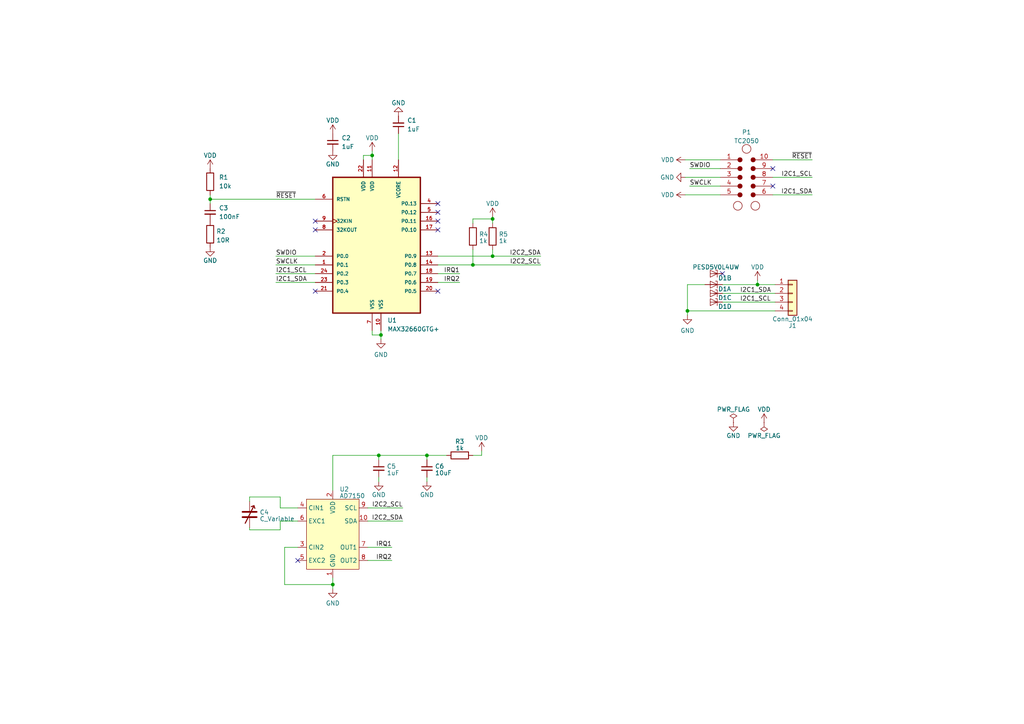
<source format=kicad_sch>
(kicad_sch (version 20230121) (generator eeschema)
  (paper "A4")
  (title_block (title "${PROJECT}") (rev "${VERSION}") (company "${AUTHOR}"))
  (lib_symbols
    (symbol "Connector_Generic:Conn_01x04" (pin_names (offset 1.016) hide)
      (property "Reference" "J" (at 0 5.08 0))
      (property "Value" "Conn_01x04" (at 0 -7.62 0))
      (symbol "Conn_01x04_1_1"
        (rectangle (start -1.27 -4.953) (end 0 -5.207) (stroke (width 0.1524)))
        (rectangle (start -1.27 -2.413) (end 0 -2.667) (stroke (width 0.1524)))
        (rectangle (start -1.27 0.127) (end 0 -0.127) (stroke (width 0.1524)))
        (rectangle (start -1.27 2.667) (end 0 2.413) (stroke (width 0.1524)))
        (rectangle (start -1.27 3.81) (end 1.27 -6.35) (stroke (width 0.254)) (fill (type background)))
        (pin passive line (at -5.08 2.54 0) (length 3.81) (name "Pin_1") (number "1"))
        (pin passive line (at -5.08 0 0) (length 3.81) (name "Pin_2") (number "2"))
        (pin passive line (at -5.08 -2.54 0) (length 3.81) (name "Pin_3") (number "3"))
        (pin passive line (at -5.08 -5.08 0) (length 3.81) (name "Pin_4") (number "4"))
      )
    )
    (symbol "Device:C_Small" (pin_numbers hide) (pin_names (offset 0.254) hide)
      (property "Reference" "C" (at 0.254 1.778 0))
      (property "Value" "C_Small" (at 0.254 -2.032 0))
      (symbol "C_Small_0_1"
        (polyline (pts (xy -1.524 -0.508) (xy 1.524 -0.508)) (stroke (width 0.3302)))
        (polyline (pts (xy -1.524 0.508) (xy 1.524 0.508)) (stroke (width 0.3048)))
      )
      (symbol "C_Small_1_1"
        (pin passive line (at 0 2.54 270) (length 2.032) (name "~") (number "1"))
        (pin passive line (at 0 -2.54 90) (length 2.032) (name "~") (number "2"))
      )
    )
    (symbol "Device:C_Variable" (pin_numbers hide) (pin_names (offset 0.254) hide)
      (property "Reference" "C" (at 0.635 -1.905 0))
      (property "Value" "C_Variable" (at 0.635 -3.81 0))
      (symbol "C_Variable_0_1"
        (polyline (pts (xy -2.032 -0.762) (xy 2.032 -0.762)) (stroke (width 0.508)))
        (polyline (pts (xy -2.032 0.762) (xy 2.032 0.762)) (stroke (width 0.508)))
        (polyline (pts (xy 1.27 2.54) (xy -1.27 -2.54)) (stroke (width 0.3048)))
        (polyline (pts (xy 1.27 2.54) (xy 0.508 2.286)) (stroke (width 0.3048)))
        (polyline (pts (xy 1.27 2.54) (xy 1.524 1.778)) (stroke (width 0.3048)))
      )
      (symbol "C_Variable_1_1"
        (pin passive line (at 0 3.81 270) (length 3.048) (name "~") (number "1"))
        (pin passive line (at 0 -3.81 90) (length 3.048) (name "~") (number "2"))
      )
    )
    (symbol "Device:R" (pin_numbers hide) (pin_names (offset 0))
      (property "Reference" "R" (at 2.032 0 90))
      (property "Value" "R" (at 0 0 90))
      (symbol "R_0_1"
        (rectangle (start -1.016 -2.54) (end 1.016 2.54) (stroke (width 0.254)))
      )
      (symbol "R_1_1"
        (pin passive line (at 0 3.81 270) (length 1.27) (name "~") (number "1"))
        (pin passive line (at 0 -3.81 90) (length 1.27) (name "~") (number "2"))
      )
    )
    (symbol "JDC:MAX32660GTG+" (pin_names (offset 1.016))
      (property "Reference" "U" (at -12.7 21.3106 0))
      (property "Value" "MAX32660GTG+" (at 7.62 -22.86 0))
      (symbol "MAX32660GTG+_0_0"
        (rectangle (start -12.7 20.32) (end 12.7 -19.05) (stroke (width 0.4064)) (fill (type background)))
        (pin bidirectional line (at -17.78 -5.08 0) (length 5.08) (name "P0.1") (number "1"))
        (pin power_in line (at 1.27 -24.13 90) (length 5.08) (name "VSS") (number "10"))
        (pin power_in line (at -1.27 25.4 270) (length 5.08) (name "VDD") (number "11"))
        (pin power_in line (at 6.35 25.4 270) (length 5.08) (name "VCORE") (number "12"))
        (pin bidirectional line (at 17.78 -2.54 180) (length 5.08) (name "P0.9") (number "13"))
        (pin bidirectional line (at 17.78 -5.08 180) (length 5.08) (name "P0.8") (number "14"))
        (pin no_connect line (at -6.35 -24.13 90) (length 5.08) hide (name "NC") (number "15"))
        (pin bidirectional line (at 17.78 7.62 180) (length 5.08) (name "P0.11") (number "16"))
        (pin bidirectional line (at 17.78 5.08 180) (length 5.08) (name "P0.10") (number "17"))
        (pin bidirectional line (at 17.78 -7.62 180) (length 5.08) (name "P0.7") (number "18"))
        (pin bidirectional line (at 17.78 -10.16 180) (length 5.08) (name "P0.6") (number "19"))
        (pin bidirectional line (at -17.78 -2.54 0) (length 5.08) (name "P0.0") (number "2"))
        (pin bidirectional line (at 17.78 -12.7 180) (length 5.08) (name "P0.5") (number "20"))
        (pin bidirectional line (at -17.78 -12.7 0) (length 5.08) (name "P0.4") (number "21"))
        (pin power_in line (at -3.81 25.4 270) (length 5.08) (name "VDD") (number "22"))
        (pin bidirectional line (at -17.78 -10.16 0) (length 5.08) (name "P0.3") (number "23"))
        (pin bidirectional line (at -17.78 -7.62 0) (length 5.08) (name "P0.2") (number "24"))
        (pin no_connect line (at 6.35 -24.13 90) (length 5.08) hide (name "EP") (number "25"))
        (pin no_connect line (at -10.16 -24.13 90) (length 5.08) hide (name "NC") (number "3"))
        (pin bidirectional line (at 17.78 12.7 180) (length 5.08) (name "P0.13") (number "4"))
        (pin bidirectional line (at 17.78 10.16 180) (length 5.08) (name "P0.12") (number "5"))
        (pin input line (at -17.78 13.97 0) (length 5.08) (name "RSTN") (number "6"))
        (pin power_in line (at -1.27 -24.13 90) (length 5.08) (name "VSS") (number "7"))
        (pin output line (at -17.78 5.08 0) (length 5.08) (name "32KOUT") (number "8"))
        (pin input clock (at -17.78 7.62 0) (length 5.08) (name "32KIN") (number "9"))
      )
    )
    (symbol "JDC:TC2050"
      (property "Reference" "P1" (at 0 13.0978 0))
      (property "Value" "TC2050" (at 0 10.5609 0))
      (symbol "TC2050_1_1"
        (circle (center -2.54 -8.255) (radius 1.27))
        (circle (center -1.905 -5.08) (radius 0.635) (fill (type outline)))
        (circle (center -1.905 -2.54) (radius 0.635) (fill (type outline)))
        (circle (center -1.905 0) (radius 0.635) (fill (type outline)))
        (circle (center -1.905 2.54) (radius 0.635) (fill (type outline)))
        (circle (center -1.905 5.08) (radius 0.635) (fill (type outline)))
        (circle (center 0 8.255) (radius 1.27))
        (circle (center 1.905 -5.08) (radius 0.635) (fill (type outline)))
        (circle (center 1.905 -2.54) (radius 0.635) (fill (type outline)))
        (circle (center 1.905 0) (radius 0.635) (fill (type outline)))
        (circle (center 1.905 2.54) (radius 0.635) (fill (type outline)))
        (circle (center 1.905 5.08) (radius 0.635) (fill (type outline)))
        (circle (center 2.54 -8.255) (radius 1.27))
        (pin passive line (at -7.62 5.08 0) (length 5.08) (name "~") (number "1"))
        (pin passive line (at 7.62 5.08 180) (length 5.08) (name "~") (number "10"))
        (pin passive line (at -7.62 2.54 0) (length 5.08) (name "~") (number "2"))
        (pin passive line (at -7.62 0 0) (length 5.08) (name "~") (number "3"))
        (pin passive line (at -7.62 -2.54 0) (length 5.08) (name "~") (number "4"))
        (pin passive line (at -7.62 -5.08 0) (length 5.08) (name "~") (number "5"))
        (pin passive line (at 7.62 -5.08 180) (length 5.08) (name "~") (number "6"))
        (pin passive line (at 7.62 -2.54 180) (length 5.08) (name "~") (number "7"))
        (pin passive line (at 7.62 0 180) (length 5.08) (name "~") (number "8"))
        (pin passive line (at 7.62 2.54 180) (length 5.08) (name "~") (number "9"))
      )
    )
    (symbol "Power_Protection:PESD5V0L4UW" (pin_numbers hide) (pin_names hide)
      (property "Reference" "D" (at 0 2.54 0))
      (property "Value" "PESD5V0L4UW" (at 0 -2.54 0))
      (symbol "PESD5V0L4UW_0_1"
        (polyline (pts (xy -1.016 0) (xy 1.016 0)))
        (polyline (pts (xy -1.016 1.016) (xy -1.016 -1.016) (xy -0.508 -1.016)))
        (polyline (pts (xy 1.016 1.016) (xy -1.016 0) (xy 1.016 -1.016) (xy 1.016 1.016)))
      )
      (symbol "PESD5V0L4UW_1_1"
        (pin passive line (at -2.54 0 0) (length 2.54) (name "K1") (number "1"))
        (pin passive line (at 2.54 0 180) (length 2.54) (name "A") (number "2"))
      )
      (symbol "PESD5V0L4UW_2_1"
        (pin passive line (at -2.54 0 0) (length 2.54) (name "K2") (number "3"))
      )
      (symbol "PESD5V0L4UW_3_1"
        (pin passive line (at -2.54 0 0) (length 2.54) (name "K3") (number "4"))
      )
      (symbol "PESD5V0L4UW_4_1"
        (pin passive line (at -2.54 0 0) (length 2.54) (name "K4") (number "5"))
      )
    )
    (symbol "_leaf-wetness-sensor:AD7150"
      (property "Reference" "U" (at 3.81 12.7 0))
      (property "Value" "AD7150" (at 0 0 0))
      (symbol "AD7150_0_1"
        (rectangle (start -7.62 10.16) (end 7.62 -10.16) (fill (type background)))
      )
      (symbol "AD7150_1_1"
        (pin power_in line (at 0 -12.7 90) (length 2.54) (name "GND") (number "1"))
        (pin bidirectional line (at 10.16 3.81 180) (length 2.54) (name "SDA") (number "10"))
        (pin power_in line (at 0 12.7 270) (length 2.54) (name "VDD") (number "2"))
        (pin input line (at -10.16 -3.81 0) (length 2.54) (name "CIN2") (number "3"))
        (pin input line (at -10.16 7.62 0) (length 2.54) (name "CIN1") (number "4"))
        (pin output line (at -10.16 -7.62 0) (length 2.54) (name "EXC2") (number "5"))
        (pin output line (at -10.16 3.81 0) (length 2.54) (name "EXC1") (number "6"))
        (pin output line (at 10.16 -3.81 180) (length 2.54) (name "OUT1") (number "7"))
        (pin output line (at 10.16 -7.62 180) (length 2.54) (name "OUT2") (number "8"))
        (pin bidirectional line (at 10.16 7.62 180) (length 2.54) (name "SCL") (number "9"))
      )
    )
    (symbol "power:GND" (power) (pin_names (offset 0))
      (property "Value" "GND" (at 0 -3.81 0))
      (symbol "GND_0_1"
        (polyline (pts (xy 0 0) (xy 0 -1.27) (xy 1.27 -1.27) (xy 0 -2.54) (xy -1.27 -1.27) (xy 0 -1.27)))
      )
      (symbol "GND_1_1"
        (pin power_in line (at 0 0 270) (length 0) hide (name "GND") (number "1"))
      )
    )
    (symbol "power:PWR_FLAG" (power) (pin_numbers hide) (pin_names (offset 0) hide)
      (property "Value" "PWR_FLAG" (at 0 3.81 0))
      (symbol "PWR_FLAG_0_0"
        (pin power_out line (at 0 0 90) (length 0) (name "pwr") (number "1"))
      )
      (symbol "PWR_FLAG_0_1"
        (polyline (pts (xy 0 0) (xy 0 1.27) (xy -1.016 1.905) (xy 0 2.54) (xy 1.016 1.905) (xy 0 1.27)))
      )
    )
    (symbol "power:VDD" (power) (pin_names (offset 0))
      (property "Value" "VDD" (at 0 3.81 0))
      (symbol "VDD_0_1"
        (polyline (pts (xy -0.762 1.27) (xy 0 2.54)))
        (polyline (pts (xy 0 0) (xy 0 2.54)))
        (polyline (pts (xy 0 2.54) (xy 0.762 1.27)))
      )
      (symbol "VDD_1_1"
        (pin power_in line (at 0 0 90) (length 0) hide (name "VDD") (number "1"))
      )
    )
  )
  (junction (at 107.95 45.085))
  (junction (at 60.96 57.785))
  (junction (at 109.855 132.08))
  (junction (at 219.71 82.55))
  (junction (at 137.16 76.835))
  (junction (at 123.825 132.08))
  (junction (at 110.49 97.155))
  (junction (at 199.39 90.17))
  (junction (at 142.875 63.5))
  (junction (at 142.875 74.295))
  (junction (at 96.52 169.545))
  (no_connect (at 224.155 53.975))
  (no_connect (at 91.44 64.135))
  (no_connect (at 224.155 48.895))
  (no_connect (at 91.44 66.675))
  (no_connect (at 91.44 84.455))
  (no_connect (at 127 61.595))
  (no_connect (at 127 84.455))
  (no_connect (at 127 59.055))
  (no_connect (at 209.55 79.375))
  (no_connect (at 86.36 162.56))
  (no_connect (at 127 66.675))
  (no_connect (at 127 64.135))
  (wire (pts (xy 86.36 147.32) (xy 81.28 147.32)))
  (wire (pts (xy 198.755 56.515) (xy 208.915 56.515)))
  (wire (pts (xy 199.39 91.44) (xy 199.39 90.17)))
  (wire (pts (xy 106.68 147.32) (xy 116.84 147.32)))
  (wire (pts (xy 224.155 46.355) (xy 235.585 46.355)))
  (wire (pts (xy 82.55 158.75) (xy 86.36 158.75)))
  (wire (pts (xy 199.39 90.17) (xy 224.79 90.17)))
  (wire (pts (xy 106.68 151.13) (xy 116.84 151.13)))
  (wire (pts (xy 127 76.835) (xy 137.16 76.835)))
  (wire (pts (xy 137.16 63.5) (xy 142.875 63.5)))
  (wire (pts (xy 72.39 153.035) (xy 72.39 153.67)))
  (wire (pts (xy 81.28 151.13) (xy 86.36 151.13)))
  (wire (pts (xy 127 74.295) (xy 142.875 74.295)))
  (wire (pts (xy 80.01 74.295) (xy 91.44 74.295)))
  (wire (pts (xy 123.825 132.08) (xy 123.825 133.35)))
  (wire (pts (xy 72.39 144.145) (xy 72.39 145.415)))
  (wire (pts (xy 96.52 169.545) (xy 82.55 169.545)))
  (wire (pts (xy 107.95 95.885) (xy 107.95 97.155)))
  (wire (pts (xy 219.71 82.55) (xy 224.79 82.55)))
  (wire (pts (xy 198.755 51.435) (xy 208.915 51.435)))
  (wire (pts (xy 137.16 76.835) (xy 156.845 76.835)))
  (wire (pts (xy 96.52 167.64) (xy 96.52 169.545)))
  (wire (pts (xy 115.57 38.735) (xy 115.57 46.355)))
  (wire (pts (xy 200.025 48.895) (xy 208.915 48.895)))
  (wire (pts (xy 81.28 153.67) (xy 81.28 151.13)))
  (wire (pts (xy 107.95 45.085) (xy 105.41 45.085)))
  (wire (pts (xy 209.55 82.55) (xy 219.71 82.55)))
  (wire (pts (xy 204.47 82.55) (xy 199.39 82.55)))
  (wire (pts (xy 224.155 56.515) (xy 235.585 56.515)))
  (wire (pts (xy 139.7 130.81) (xy 139.7 132.08)))
  (wire (pts (xy 96.52 132.08) (xy 96.52 142.24)))
  (wire (pts (xy 105.41 45.085) (xy 105.41 46.355)))
  (wire (pts (xy 142.875 72.39) (xy 142.875 74.295)))
  (wire (pts (xy 82.55 169.545) (xy 82.55 158.75)))
  (wire (pts (xy 129.54 132.08) (xy 123.825 132.08)))
  (wire (pts (xy 80.01 79.375) (xy 91.44 79.375)))
  (wire (pts (xy 80.01 76.835) (xy 91.44 76.835)))
  (wire (pts (xy 110.49 95.885) (xy 110.49 97.155)))
  (wire (pts (xy 96.52 169.545) (xy 96.52 170.815)))
  (wire (pts (xy 123.825 138.43) (xy 123.825 139.7)))
  (wire (pts (xy 199.39 82.55) (xy 199.39 90.17)))
  (wire (pts (xy 137.16 72.39) (xy 137.16 76.835)))
  (wire (pts (xy 110.49 97.155) (xy 110.49 98.425)))
  (wire (pts (xy 80.01 81.915) (xy 91.44 81.915)))
  (wire (pts (xy 109.855 132.08) (xy 109.855 133.35)))
  (wire (pts (xy 209.55 87.63) (xy 224.79 87.63)))
  (wire (pts (xy 81.28 144.145) (xy 72.39 144.145)))
  (wire (pts (xy 209.55 85.09) (xy 224.79 85.09)))
  (wire (pts (xy 139.7 132.08) (xy 137.16 132.08)))
  (wire (pts (xy 60.96 56.515) (xy 60.96 57.785)))
  (wire (pts (xy 109.855 138.43) (xy 109.855 139.7)))
  (wire (pts (xy 142.875 74.295) (xy 156.845 74.295)))
  (wire (pts (xy 127 79.375) (xy 133.35 79.375)))
  (wire (pts (xy 60.96 57.785) (xy 60.96 59.055)))
  (wire (pts (xy 107.95 97.155) (xy 110.49 97.155)))
  (wire (pts (xy 224.155 51.435) (xy 235.585 51.435)))
  (wire (pts (xy 137.16 64.77) (xy 137.16 63.5)))
  (wire (pts (xy 106.68 158.75) (xy 113.665 158.75)))
  (wire (pts (xy 142.875 63.5) (xy 142.875 64.77)))
  (wire (pts (xy 127 81.915) (xy 133.35 81.915)))
  (wire (pts (xy 123.825 132.08) (xy 109.855 132.08)))
  (wire (pts (xy 72.39 153.67) (xy 81.28 153.67)))
  (wire (pts (xy 109.855 132.08) (xy 96.52 132.08)))
  (wire (pts (xy 81.28 147.32) (xy 81.28 144.145)))
  (wire (pts (xy 142.875 62.865) (xy 142.875 63.5)))
  (wire (pts (xy 198.755 46.355) (xy 208.915 46.355)))
  (wire (pts (xy 219.71 81.28) (xy 219.71 82.55)))
  (wire (pts (xy 200.025 53.975) (xy 208.915 53.975)))
  (wire (pts (xy 107.95 45.085) (xy 107.95 46.355)))
  (wire (pts (xy 106.68 162.56) (xy 113.665 162.56)))
  (wire (pts (xy 60.96 57.785) (xy 91.44 57.785)))
  (wire (pts (xy 107.95 43.815) (xy 107.95 45.085)))
  (label "I2C2_SDA" (at 156.845 74.295 180))
  (label "SWCLK" (at 200.025 53.975 0))
  (label "IRQ2" (at 113.665 162.56 180))
  (label "IRQ1" (at 133.35 79.375 180))
  (label "SWCLK" (at 80.01 76.835 0))
  (label "I2C1_SCL" (at 80.01 79.375 0))
  (label "I2C2_SDA" (at 116.84 151.13 180))
  (label "~{RESET}" (at 80.01 57.785 0))
  (label "I2C2_SCL" (at 116.84 147.32 180))
  (label "I2C1_SDA" (at 80.01 81.915 0))
  (label "I2C1_SCL" (at 235.585 51.435 180))
  (label "~{RESET}" (at 235.585 46.355 180))
  (label "SWDIO" (at 80.01 74.295 0))
  (label "I2C1_SDA" (at 235.585 56.515 180))
  (label "SWDIO" (at 200.025 48.895 0))
  (label "I2C2_SCL" (at 156.845 76.835 180))
  (label "I2C1_SDA" (at 214.63 85.09 0))
  (label "I2C1_SCL" (at 214.63 87.63 0))
  (label "IRQ2" (at 133.35 81.915 180))
  (label "IRQ1" (at 113.665 158.75 180))
  (symbol (lib_id "power:GND") (at 60.96 71.755 0) (unit 1)
    (property "Reference" "#PWR013" (effects hide))
    (property "Value" "GND" (at 60.96 75.565 0))
  )
  (symbol (lib_id "Device:C_Small") (at 109.855 135.89 0) (unit 1)
    (property "Reference" "C5" (at 112.1791 135.2526 0) (effects (justify left)))
    (property "Value" "1uF" (at 112.1791 137.1736 0) (effects (justify left)))
  )
  (symbol (lib_id "Power_Protection:PESD5V0L4UW") (at 207.01 87.63 180) (unit 4)
    (property "Reference" "D1" (at 208.28 88.9 0) (effects (justify right)))
    (property "Value" "PESD5V0L4UW" (effects hide))
    (property "Footprint" "Package_TO_SOT_SMD:SOT-665" (effects hide))
    (property "Datasheet" "https://assets.nexperia.com/documents/data-sheet/PESDXL4UF_G_W.pdf" (effects hide))
    (property "Description" "ESD Suppressors / TVS Diodes " (effects hide))
    (property "Mfr." "Nexperia" (effects hide))
    (property "Mfr. Part No." "PESD5V0L4UW,115" (effects hide))
  )
  (symbol (lib_id "_leaf-wetness-sensor:AD7150") (at 96.52 154.94 0) (unit 1)
    (property "Reference" "U2" (at 98.4759 141.8971 0) (effects (justify left)))
    (property "Value" "AD7150" (at 98.4759 143.8181 0) (effects (justify left)))
    (property "Datasheet" "https://www.analog.com/media/en/technical-documentation/data-sheets/ad7150.pdf" (effects hide))
  )
  (symbol (lib_id "power:VDD") (at 60.96 48.895 0) (unit 1)
    (property "Reference" "#PWR012" (effects hide))
    (property "Value" "VDD" (at 60.96 45.085 0))
  )
  (symbol (lib_id "power:VDD") (at 221.615 122.555 0) (unit 1)
    (property "Reference" "#PWR02" (effects hide))
    (property "Value" "VCC" (at 221.615 118.745 0))
  )
  (symbol (lib_id "power:VDD") (at 107.95 43.815 0) (unit 1)
    (property "Reference" "#PWR011" (effects hide))
    (property "Value" "VDD" (at 107.95 40.005 0))
  )
  (symbol (lib_id "power:PWR_FLAG") (at 221.615 122.555 180) (unit 1)
    (property "Reference" "#FLG02" (effects hide))
    (property "Value" "PWR_FLAG" (at 221.615 126.365 0))
  )
  (symbol (lib_id "power:VDD") (at 198.755 56.515 90) (unit 1)
    (property "Reference" "#PWR06" (effects hide))
    (property "Value" "VDD" (at 195.58 56.515 90) (effects (justify left)))
  )
  (symbol (lib_id "power:GND") (at 115.57 33.655 180) (unit 1)
    (property "Reference" "#PWR08" (effects hide))
    (property "Value" "GND" (at 115.57 29.845 0))
  )
  (symbol (lib_id "power:VDD") (at 139.7 130.81 0) (unit 1)
    (property "Reference" "#PWR018" (effects hide))
    (property "Value" "VDD" (at 139.7 127 0))
  )
  (symbol (lib_id "JDC:TC2050") (at 216.535 51.435 0) (unit 1)
    (property "Reference" "P1" (at 216.535 38.3372 0))
    (property "Value" "TC2050" (at 216.535 40.8741 0))
    (property "Footprint" "Connector:Tag-Connect_TC2050-IDC-NL_2x05_P1.27mm_Vertical_with_bottom_clip" (effects hide))
    (property "Datasheet" "https://www.tag-connect.com/wp-content/uploads/bsk-pdf-manager/TC2050-IDC-NL_Datasheet_8.pdf" (effects hide))
  )
  (symbol (lib_id "Device:C_Variable") (at 72.39 149.225 0) (unit 1)
    (property "Reference" "C4" (at 75.311 148.5813 0) (effects (justify left)))
    (property "Value" "C_Variable" (at 75.311 150.5023 0) (effects (justify left)))
  )
  (symbol (lib_id "Device:R") (at 137.16 68.58 0) (unit 1)
    (property "Reference" "R4" (at 138.938 67.9363 0) (effects (justify left)))
    (property "Value" "1k" (at 138.938 69.8573 0) (effects (justify left)))
  )
  (symbol (lib_id "power:VDD") (at 142.875 62.865 0) (unit 1)
    (property "Reference" "#PWR019" (effects hide))
    (property "Value" "VDD" (at 142.875 59.055 0))
  )
  (symbol (lib_id "Device:R") (at 60.96 67.945 0) (unit 1)
    (property "Reference" "R2" (at 62.738 67.1103 0) (effects (justify left)))
    (property "Value" "10R" (at 62.738 69.6472 0) (effects (justify left)))
    (property "Footprint" "Resistor_SMD:R_0402_1005Metric" (effects hide))
    (property "Mouser Part. No." "667-ERJ-2RKF10R0X" (effects hide))
  )
  (symbol (lib_id "power:GND") (at 199.39 91.44 0) (unit 1)
    (property "Reference" "#PWR07" (effects hide))
    (property "Value" "GND" (at 199.39 95.8834 0))
  )
  (symbol (lib_id "power:GND") (at 212.725 122.555 0) (unit 1)
    (property "Reference" "#PWR01" (effects hide))
    (property "Value" "GND" (at 212.725 126.365 0))
  )
  (symbol (lib_id "Device:C_Small") (at 96.52 41.275 0) (unit 1)
    (property "Reference" "C2" (at 99.06 40.0112 0) (effects (justify left)))
    (property "Value" "1uF" (at 99.06 42.5512 0) (effects (justify left)))
    (property "Footprint" "Capacitor_SMD:C_0402_1005Metric" (effects hide))
  )
  (symbol (lib_id "power:GND") (at 96.52 170.815 0) (unit 1)
    (property "Reference" "#PWR015" (effects hide))
    (property "Value" "GND" (at 96.52 174.9505 0))
  )
  (symbol (lib_id "power:VDD") (at 198.755 46.355 90) (unit 1)
    (property "Reference" "#PWR03" (effects hide))
    (property "Value" "VDD" (at 195.58 46.355 90) (effects (justify left)))
  )
  (symbol (lib_id "Connector_Generic:Conn_01x04") (at 229.87 85.09 0) (unit 1)
    (property "Reference" "J1" (at 229.87 94.4499 0))
    (property "Value" "Conn_01x04" (at 229.87 92.5289 0))
  )
  (symbol (lib_id "Device:R") (at 60.96 52.705 0) (unit 1)
    (property "Reference" "R1" (at 63.5 51.4349 0) (effects (justify left)))
    (property "Value" "10k" (at 63.5 53.9749 0) (effects (justify left)))
    (property "Footprint" "Resistor_SMD:R_0402_1005Metric" (effects hide))
    (property "Mouser Part. No." "667-ERJ-2RKF1002X" (effects hide))
  )
  (symbol (lib_id "Device:R") (at 142.875 68.58 0) (unit 1)
    (property "Reference" "R5" (at 144.653 67.9363 0) (effects (justify left)))
    (property "Value" "1k" (at 144.653 69.8573 0) (effects (justify left)))
  )
  (symbol (lib_id "power:GND") (at 96.52 43.815 0) (unit 1)
    (property "Reference" "#PWR010" (effects hide))
    (property "Value" "GND" (at 96.52 47.625 0))
  )
  (symbol (lib_id "Device:C_Small") (at 60.96 61.595 0) (unit 1)
    (property "Reference" "C3" (at 63.5 60.3312 0) (effects (justify left)))
    (property "Value" "100nF" (at 63.5 62.8712 0) (effects (justify left)))
    (property "Footprint" "Capacitor_SMD:C_0402_1005Metric" (effects hide))
  )
  (symbol (lib_id "Power_Protection:PESD5V0L4UW") (at 207.01 85.09 180) (unit 3)
    (property "Reference" "D1" (at 208.28 86.36 0) (effects (justify right)))
    (property "Value" "PESD5V0L4UW" (effects hide))
    (property "Footprint" "Package_TO_SOT_SMD:SOT-665" (effects hide))
    (property "Datasheet" "https://assets.nexperia.com/documents/data-sheet/PESDXL4UF_G_W.pdf" (effects hide))
    (property "Description" "ESD Suppressors / TVS Diodes " (effects hide))
    (property "Mfr." "Nexperia" (effects hide))
    (property "Mfr. Part No." "PESD5V0L4UW,115" (effects hide))
  )
  (symbol (lib_id "power:VDD") (at 96.52 38.735 0) (unit 1)
    (property "Reference" "#PWR09" (effects hide))
    (property "Value" "VDD" (at 96.52 34.925 0))
  )
  (symbol (lib_id "Power_Protection:PESD5V0L4UW") (at 207.01 79.375 180) (unit 2)
    (property "Reference" "D1" (at 208.28 80.645 0) (effects (justify right)))
    (property "Value" "PESD5V0L4UW" (effects hide))
    (property "Footprint" "Package_TO_SOT_SMD:SOT-665" (effects hide))
    (property "Datasheet" "https://assets.nexperia.com/documents/data-sheet/PESDXL4UF_G_W.pdf" (effects hide))
    (property "Description" "ESD Suppressors / TVS Diodes " (effects hide))
    (property "Mfr." "Nexperia" (effects hide))
    (property "Mfr. Part No." "PESD5V0L4UW,115" (effects hide))
  )
  (symbol (lib_id "power:GND") (at 123.825 139.7 0) (unit 1)
    (property "Reference" "#PWR017" (effects hide))
    (property "Value" "GND" (at 123.825 143.51 0))
  )
  (symbol (lib_id "power:VDD") (at 219.71 81.28 0) (unit 1)
    (property "Reference" "#PWR04" (effects hide))
    (property "Value" "VDD" (at 219.71 77.47 0))
  )
  (symbol (lib_id "power:GND") (at 198.755 51.435 270) (unit 1)
    (property "Reference" "#PWR05" (effects hide))
    (property "Value" "GND" (at 195.58 51.435 90) (effects (justify right)))
  )
  (symbol (lib_id "Device:C_Small") (at 115.57 36.195 180) (unit 1)
    (property "Reference" "C1" (at 118.11 34.925 0) (effects (justify right)))
    (property "Value" "1uF" (at 118.11 37.465 0) (effects (justify right)))
    (property "Footprint" "Capacitor_SMD:C_0402_1005Metric" (effects hide))
  )
  (symbol (lib_id "Device:R") (at 133.35 132.08 90) (unit 1)
    (property "Reference" "R3" (at 133.35 128.0541 90))
    (property "Value" "1k" (at 133.35 129.9751 90))
  )
  (symbol (lib_id "JDC:MAX32660GTG+") (at 109.22 71.755 0) (unit 1)
    (property "Reference" "U1" (at 112.3697 92.9116 0) (effects (justify left)))
    (property "Value" "MAX32660GTG+" (at 112.3697 95.4485 0) (effects (justify left)))
    (property "Footprint" "JDC:TQFN-24-1EP_3x3mm_P0.4mm_EP1.7x1.7mm" (effects hide))
    (property "PACKAGE" "WLP-16 Maxim" (effects hide))
    (property "AVAILABILITY" "Unavailable" (effects hide))
    (property "MP" "MAX32660GWE+" (effects hide))
    (property "DESCRIPTION" "Mcu, Arm Cortex-M4, 96Mhz, Wlp-16" (effects hide))
    (property "MF" "Maxim Integrated" (effects hide))
    (property "PRICE" "None" (effects hide))
    (property "Mouser Part. No." "700-MAX32660GTG+T" (effects hide))
  )
  (symbol (lib_id "power:PWR_FLAG") (at 212.725 122.555 0) (unit 1)
    (property "Reference" "#FLG01" (effects hide))
    (property "Value" "PWR_FLAG" (at 212.725 118.745 0))
  )
  (symbol (lib_id "power:GND") (at 109.855 139.7 0) (unit 1)
    (property "Reference" "#PWR016" (effects hide))
    (property "Value" "GND" (at 109.855 143.51 0))
  )
  (symbol (lib_id "power:GND") (at 110.49 98.425 0) (unit 1)
    (property "Reference" "#PWR014" (effects hide))
    (property "Value" "GND" (at 110.49 102.8684 0))
  )
  (symbol (lib_id "Power_Protection:PESD5V0L4UW") (at 207.01 82.55 180) (unit 1)
    (property "Reference" "D1" (at 208.28 83.82 0) (effects (justify right)))
    (property "Value" "PESD5V0L4UW" (at 207.645 77.47 0))
    (property "Footprint" "Package_TO_SOT_SMD:SOT-665" (effects hide))
    (property "Datasheet" "https://assets.nexperia.com/documents/data-sheet/PESDXL4UF_G_W.pdf" (effects hide))
    (property "Description" "ESD Suppressors / TVS Diodes " (effects hide))
    (property "Mfr." "Nexperia" (effects hide))
    (property "Mfr. Part No." "PESD5V0L4UW,115" (effects hide))
  )
  (symbol (lib_id "Device:C_Small") (at 123.825 135.89 0) (unit 1)
    (property "Reference" "C6" (at 126.1491 135.2526 0) (effects (justify left)))
    (property "Value" "10uF" (at 126.1491 137.1736 0) (effects (justify left)))
  )
)
</source>
